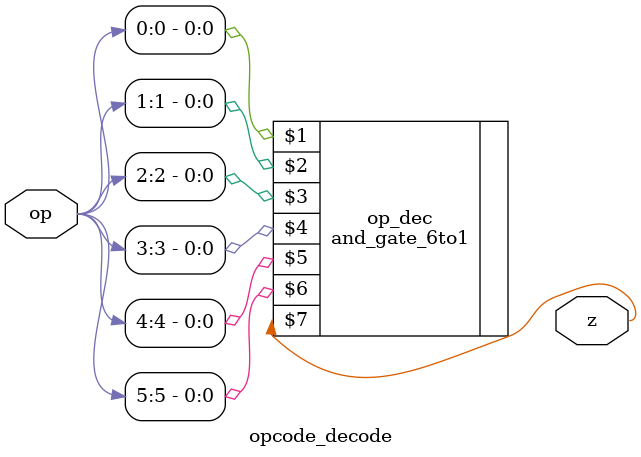
<source format=v>

module opcode_decode(op, z);
    input wire [0:5] op;
    output wire z;

    and_gate_6to1 op_dec(op[0], op[1], op[2], op[3], op[4], op[5], z);
endmodule
</source>
